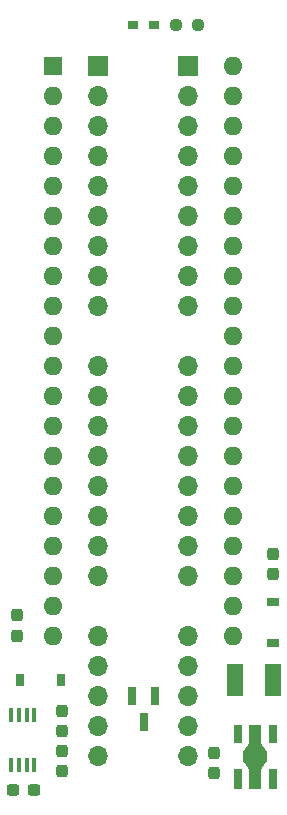
<source format=gbr>
G04 #@! TF.GenerationSoftware,KiCad,Pcbnew,8.0.4+dfsg-1*
G04 #@! TF.CreationDate,2025-03-02T18:02:47+09:00*
G04 #@! TF.ProjectId,bionic-tms9980,62696f6e-6963-42d7-946d-73393938302e,2*
G04 #@! TF.SameCoordinates,Original*
G04 #@! TF.FileFunction,Soldermask,Top*
G04 #@! TF.FilePolarity,Negative*
%FSLAX46Y46*%
G04 Gerber Fmt 4.6, Leading zero omitted, Abs format (unit mm)*
G04 Created by KiCad (PCBNEW 8.0.4+dfsg-1) date 2025-03-02 18:02:47*
%MOMM*%
%LPD*%
G01*
G04 APERTURE LIST*
G04 Aperture macros list*
%AMRoundRect*
0 Rectangle with rounded corners*
0 $1 Rounding radius*
0 $2 $3 $4 $5 $6 $7 $8 $9 X,Y pos of 4 corners*
0 Add a 4 corners polygon primitive as box body*
4,1,4,$2,$3,$4,$5,$6,$7,$8,$9,$2,$3,0*
0 Add four circle primitives for the rounded corners*
1,1,$1+$1,$2,$3*
1,1,$1+$1,$4,$5*
1,1,$1+$1,$6,$7*
1,1,$1+$1,$8,$9*
0 Add four rect primitives between the rounded corners*
20,1,$1+$1,$2,$3,$4,$5,0*
20,1,$1+$1,$4,$5,$6,$7,0*
20,1,$1+$1,$6,$7,$8,$9,0*
20,1,$1+$1,$8,$9,$2,$3,0*%
%AMFreePoly0*
4,1,13,0.500000,1.050000,1.000000,0.350000,1.000000,-0.450000,0.500000,-1.150000,0.500000,-2.750000,-0.500000,-2.750000,-0.500000,-1.150000,-1.000000,-0.450000,-1.000000,0.350000,-0.500000,1.050000,-0.500000,2.750000,0.500000,2.750000,0.500000,1.050000,0.500000,1.050000,$1*%
G04 Aperture macros list end*
%ADD10RoundRect,0.237500X0.237500X-0.300000X0.237500X0.300000X-0.237500X0.300000X-0.237500X-0.300000X0*%
%ADD11RoundRect,0.237500X-0.300000X-0.237500X0.300000X-0.237500X0.300000X0.237500X-0.300000X0.237500X0*%
%ADD12R,0.700000X1.600000*%
%ADD13FreePoly0,180.000000*%
%ADD14R,0.700000X1.700000*%
%ADD15RoundRect,0.237500X-0.237500X0.300000X-0.237500X-0.300000X0.237500X-0.300000X0.237500X0.300000X0*%
%ADD16RoundRect,0.237500X-0.250000X-0.237500X0.250000X-0.237500X0.250000X0.237500X-0.250000X0.237500X0*%
%ADD17R,0.965200X0.762000*%
%ADD18R,1.371600X2.743200*%
%ADD19R,0.660400X1.625600*%
%ADD20R,0.762000X1.041400*%
%ADD21R,1.600000X1.600000*%
%ADD22O,1.600000X1.600000*%
%ADD23R,1.041400X0.762000*%
%ADD24R,0.355600X1.206500*%
%ADD25R,1.700000X1.700000*%
%ADD26O,1.700000X1.700000*%
G04 APERTURE END LIST*
D10*
X124647400Y-118106500D03*
X124647400Y-116381500D03*
D11*
X102678600Y-136395600D03*
X104403600Y-136395600D03*
D10*
X119643600Y-134973200D03*
X119643600Y-133248200D03*
D12*
X124672800Y-131645800D03*
D13*
X123172800Y-133595800D03*
D12*
X121672800Y-131645800D03*
D14*
X121672800Y-135495800D03*
X124672800Y-135495800D03*
D15*
X106842000Y-129691100D03*
X106842000Y-131416100D03*
D16*
X116470500Y-71651000D03*
X118295500Y-71651000D03*
D17*
X114576300Y-71651000D03*
X112823700Y-71651000D03*
D10*
X103032000Y-123338900D03*
X103032000Y-121613900D03*
D18*
X121497800Y-127099200D03*
X124647400Y-127099200D03*
D19*
X114665200Y-128470800D03*
X112765198Y-128470800D03*
X113715199Y-130602800D03*
D20*
X103260600Y-127048400D03*
X106740400Y-127048400D03*
D21*
X106080000Y-75080000D03*
D22*
X106080000Y-77620000D03*
X106080000Y-80160000D03*
X106080000Y-82700000D03*
X106080000Y-85240000D03*
X106080000Y-87780000D03*
X106080000Y-90320000D03*
X106080000Y-92860000D03*
X106080000Y-95400000D03*
X106080000Y-97940000D03*
X106080000Y-100480000D03*
X106080000Y-103020000D03*
X106080000Y-105560000D03*
X106080000Y-108100000D03*
X106080000Y-110640000D03*
X106080000Y-113180000D03*
X106080000Y-115720000D03*
X106080000Y-118260000D03*
X106080000Y-120800000D03*
X106080000Y-123340000D03*
X121320000Y-123340000D03*
X121320000Y-120800000D03*
X121320000Y-118260000D03*
X121320000Y-115720000D03*
X121320000Y-113180000D03*
X121320000Y-110640000D03*
X121320000Y-108100000D03*
X121320000Y-105560000D03*
X121320000Y-103020000D03*
X121320000Y-100480000D03*
X121320000Y-97940000D03*
X121320000Y-95400000D03*
X121320000Y-92860000D03*
X121320000Y-90320000D03*
X121320000Y-87780000D03*
X121320000Y-85240000D03*
X121320000Y-82700000D03*
X121320000Y-80160000D03*
X121320000Y-77620000D03*
X121320000Y-75080000D03*
D15*
X106842000Y-133095800D03*
X106842000Y-134820800D03*
D23*
X124647400Y-120482500D03*
X124647400Y-123962300D03*
D24*
X102514201Y-134281050D03*
X103164199Y-134281050D03*
X103814201Y-134281050D03*
X104464199Y-134281050D03*
X104464199Y-130077350D03*
X103814201Y-130077350D03*
X103164199Y-130077350D03*
X102514201Y-130077350D03*
D25*
X109890000Y-75080000D03*
D26*
X109890000Y-77620000D03*
X109890000Y-80160000D03*
X109890000Y-82700000D03*
X109890000Y-85240000D03*
X109890000Y-87780000D03*
X109890000Y-90320000D03*
X109890000Y-92860000D03*
X109890000Y-95400000D03*
X109890000Y-100480000D03*
X109890000Y-103020000D03*
X109890000Y-105560000D03*
X109890000Y-108100000D03*
X109890000Y-110640000D03*
X109890000Y-113180000D03*
X109890000Y-115720000D03*
X109890000Y-118260000D03*
X109890000Y-123340000D03*
X109890000Y-125880000D03*
X109890000Y-128420000D03*
X109890000Y-130960000D03*
X109890000Y-133500000D03*
X117510000Y-133500000D03*
X117510000Y-130960000D03*
X117510000Y-128420000D03*
X117510000Y-125880000D03*
X117510000Y-123340000D03*
X117510000Y-118260000D03*
X117510000Y-115720000D03*
X117510000Y-113180000D03*
X117510000Y-110640000D03*
X117510000Y-108100000D03*
X117510000Y-105560000D03*
X117510000Y-103020000D03*
X117510000Y-100480000D03*
X117510000Y-95400000D03*
X117510000Y-92860000D03*
X117510000Y-90320000D03*
X117510000Y-87780000D03*
X117510000Y-85240000D03*
X117510000Y-82700000D03*
X117510000Y-80160000D03*
X117510000Y-77620000D03*
D25*
X117510000Y-75080000D03*
M02*

</source>
